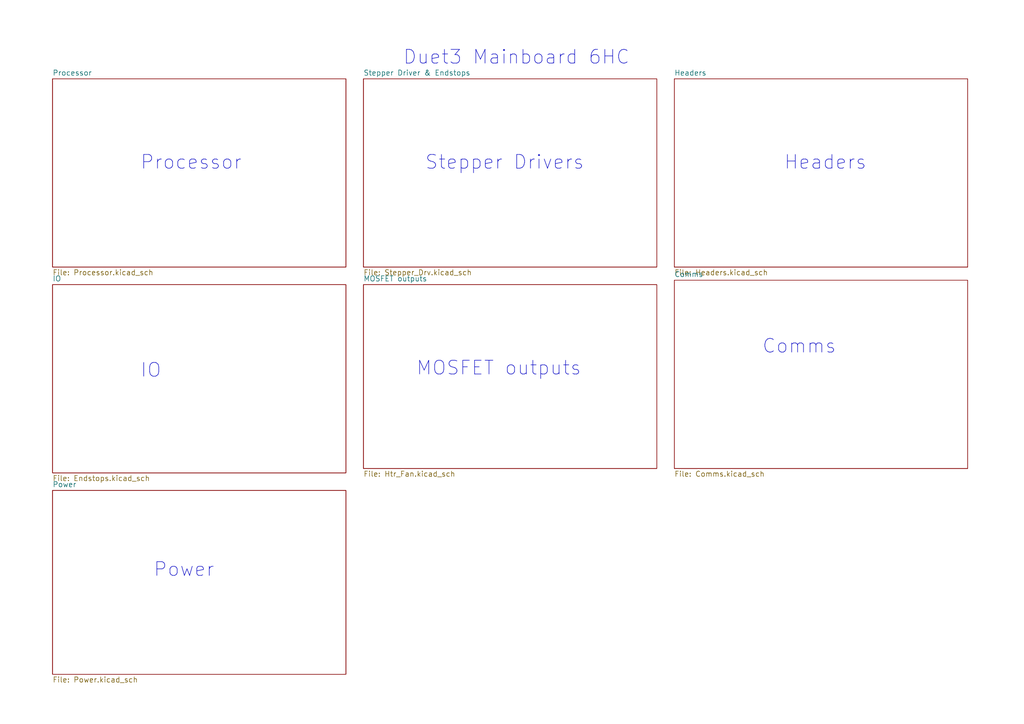
<source format=kicad_sch>
(kicad_sch (version 20211123) (generator eeschema)
  (paper "A4")
  (title_block (title "Duet 3 Main Board") (date "2022-10-05") (rev "1.02") (company "Duet3d") (comment 1 "(c) Duet3D"))
  (lib_symbols)
  (text "Comms" (at 220.98 102.87 0) (effects (font (size 3.9878 3.9878)) (justify left bottom)))
  (text "Stepper Drivers\n" (at 123.19 49.53 0) (effects (font (size 3.9878 3.9878)) (justify left bottom)))
  (text "Duet3 Mainboard 6HC" (at 116.84 19.05 0) (effects (font (size 3.9878 3.9878)) (justify left bottom)))
  (text "IO" (at 40.64 109.855 0) (effects (font (size 3.9878 3.9878)) (justify left bottom)))
  (text "Headers" (at 227.33 49.53 0) (effects (font (size 3.9878 3.9878)) (justify left bottom)))
  (text "MOSFET outputs\n" (at 120.65 109.22 0) (effects (font (size 3.9878 3.9878)) (justify left bottom)))
  (text "Processor" (at 40.64 49.53 0) (effects (font (size 3.9878 3.9878)) (justify left bottom)))
  (text "Power" (at 44.45 167.64 0) (effects (font (size 3.9878 3.9878)) (justify left bottom)))
  (sheet (at 15.24 22.86) (size 85.09 54.61)
    (property "Sheet name" "Processor" (at 15.24 22.0214 0) (effects (font (size 1.524 1.524)) (justify left bottom)))
    (property "Sheet file" "Processor.kicad_sch" (at 15.24 78.1562 0) (effects (font (size 1.524 1.524)) (justify left top)))
  )
  (sheet (at 105.41 22.86) (size 85.09 54.61)
    (property "Sheet name" "Stepper Driver & Endstops" (at 105.41 22.0214 0) (effects (font (size 1.524 1.524)) (justify left bottom)))
    (property "Sheet file" "Stepper_Drv.kicad_sch" (at 105.41 78.1562 0) (effects (font (size 1.524 1.524)) (justify left top)))
  )
  (sheet (at 15.24 142.24) (size 85.09 53.34)
    (property "Sheet name" "Power" (at 15.24 141.4014 0) (effects (font (size 1.524 1.524)) (justify left bottom)))
    (property "Sheet file" "Power.kicad_sch" (at 15.24 196.2662 0) (effects (font (size 1.524 1.524)) (justify left top)))
  )
  (sheet (at 195.58 22.86) (size 85.09 54.61)
    (property "Sheet name" "Headers" (at 195.58 22.0214 0) (effects (font (size 1.524 1.524)) (justify left bottom)))
    (property "Sheet file" "Headers.kicad_sch" (at 195.58 78.1562 0) (effects (font (size 1.524 1.524)) (justify left top)))
  )
  (sheet (at 105.41 82.55) (size 85.09 53.34)
    (property "Sheet name" "MOSFET outputs" (at 105.41 81.7114 0) (effects (font (size 1.524 1.524)) (justify left bottom)))
    (property "Sheet file" "Htr_Fan.kicad_sch" (at 105.41 136.5762 0) (effects (font (size 1.524 1.524)) (justify left top)))
  )
  (sheet (at 195.58 81.28) (size 85.09 54.61)
    (property "Sheet name" "Comms" (at 195.58 80.4414 0) (effects (font (size 1.524 1.524)) (justify left bottom)))
    (property "Sheet file" "Comms.kicad_sch" (at 195.58 136.5762 0) (effects (font (size 1.524 1.524)) (justify left top)))
  )
  (sheet (at 15.24 82.55) (size 85.09 54.61)
    (property "Sheet name" "IO" (at 15.24 81.7114 0) (effects (font (size 1.524 1.524)) (justify left bottom)))
    (property "Sheet file" "Endstops.kicad_sch" (at 15.24 137.8462 0) (effects (font (size 1.524 1.524)) (justify left top)))
  )
)
</source>
